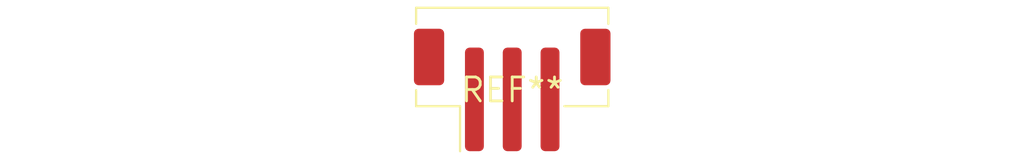
<source format=kicad_pcb>
(kicad_pcb (version 20240108) (generator pcbnew)
  (layers (0 "F.Cu" signal) (31 "B.Cu" signal) (34 "B.Paste" user) (35 "F.Paste" user) (36 "B.SilkS" user "B.Silkscreen") (37 "F.SilkS" user "F.Silkscreen") (38 "B.Mask" user) (39 "F.Mask" user) (44 "Edge.Cuts" user))
  (net 0 "")
  (footprint "JST_PH_B3B-PH-SM4-TB_1x03-1MP_P2.00mm_Vertical" (layer "F.Cu") (at 0 0)
    (property "Reference" "REF**")
    (property "Value" "JST_PH_B3B-PH-SM4-TB_1x03-1MP_P2.00mm_Vertical")
    (fp_line (start -5.085 -4.36) (end 5.085 -4.36) (layer "F.SilkS") (stroke (width 0.12)))
    (fp_line (start -5.085 -3.51) (end -5.085 -4.36) (layer "F.SilkS") (stroke (width 0.12)))
    (fp_line (start -5.085 0.01) (end -5.085 0.86) (layer "F.SilkS") (stroke (width 0.12)))
    (fp_line (start -5.085 0.86) (end -2.76 0.86) (layer "F.SilkS") (stroke (width 0.12)))
    (fp_line (start -2.76 0.86) (end -2.76 3.25) (layer "F.SilkS") (stroke (width 0.12)))
    (fp_line (start 5.085 -4.36) (end 5.085 -3.51) (layer "F.SilkS") (stroke (width 0.12)))
    (fp_line (start 5.085 0.01) (end 5.085 0.86) (layer "F.SilkS") (stroke (width 0.12)))
    (fp_line (start 5.085 0.86) (end 2.76 0.86) (layer "F.SilkS") (stroke (width 0.12)))
    (pad "1" smd roundrect (at -2 0.5) (size 1 5.5) (layers "F.Cu" "F.Paste" "F.Mask"))
    (pad "2" smd roundrect (at 0 0.5) (size 1 5.5) (layers "F.Cu" "F.Paste" "F.Mask"))
    (pad "3" smd roundrect (at 2 0.5) (size 1 5.5) (layers "F.Cu" "F.Paste" "F.Mask"))
    (pad "MP" smd roundrect (at -4.4 -1.75) (size 1.6 3) (layers "F.Cu" "F.Paste" "F.Mask") (roundrect_rratio 0.15625))
    (pad "MP" smd roundrect (at 4.4 -1.75) (size 1.6 3) (layers "F.Cu" "F.Paste" "F.Mask") (roundrect_rratio 0.15625))
  )
)
</source>
